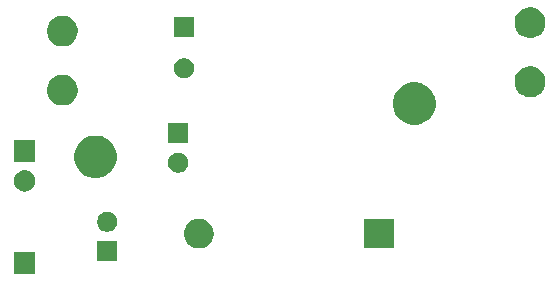
<source format=gbr>
G04 #@! TF.GenerationSoftware,KiCad,Pcbnew,(5.1.5)-3*
G04 #@! TF.CreationDate,2021-03-22T00:26:30+01:00*
G04 #@! TF.ProjectId,12V_to_5V,3132565f-746f-45f3-9556-2e6b69636164,rev?*
G04 #@! TF.SameCoordinates,Original*
G04 #@! TF.FileFunction,Soldermask,Bot*
G04 #@! TF.FilePolarity,Negative*
%FSLAX46Y46*%
G04 Gerber Fmt 4.6, Leading zero omitted, Abs format (unit mm)*
G04 Created by KiCad (PCBNEW (5.1.5)-3) date 2021-03-22 00:26:30*
%MOMM*%
%LPD*%
G04 APERTURE LIST*
%ADD10C,0.100000*%
G04 APERTURE END LIST*
D10*
G36*
X87901000Y-98901000D02*
G01*
X86099000Y-98901000D01*
X86099000Y-97099000D01*
X87901000Y-97099000D01*
X87901000Y-98901000D01*
G37*
G36*
X94851000Y-97851000D02*
G01*
X93149000Y-97851000D01*
X93149000Y-96149000D01*
X94851000Y-96149000D01*
X94851000Y-97851000D01*
G37*
G36*
X118251000Y-96751000D02*
G01*
X115749000Y-96751000D01*
X115749000Y-94249000D01*
X118251000Y-94249000D01*
X118251000Y-96751000D01*
G37*
G36*
X102124903Y-94297075D02*
G01*
X102352571Y-94391378D01*
X102557466Y-94528285D01*
X102731715Y-94702534D01*
X102865727Y-94903097D01*
X102868623Y-94907431D01*
X102962925Y-95135097D01*
X102986606Y-95254147D01*
X103011000Y-95376787D01*
X103011000Y-95623213D01*
X102962925Y-95864903D01*
X102868622Y-96092571D01*
X102731715Y-96297466D01*
X102557466Y-96471715D01*
X102352571Y-96608622D01*
X102352570Y-96608623D01*
X102352569Y-96608623D01*
X102124903Y-96702925D01*
X101883214Y-96751000D01*
X101636786Y-96751000D01*
X101395097Y-96702925D01*
X101167431Y-96608623D01*
X101167430Y-96608623D01*
X101167429Y-96608622D01*
X100962534Y-96471715D01*
X100788285Y-96297466D01*
X100651378Y-96092571D01*
X100557075Y-95864903D01*
X100509000Y-95623213D01*
X100509000Y-95376787D01*
X100533395Y-95254147D01*
X100557075Y-95135097D01*
X100651377Y-94907431D01*
X100654273Y-94903097D01*
X100788285Y-94702534D01*
X100962534Y-94528285D01*
X101167429Y-94391378D01*
X101395097Y-94297075D01*
X101636786Y-94249000D01*
X101883214Y-94249000D01*
X102124903Y-94297075D01*
G37*
G36*
X94248228Y-93681703D02*
G01*
X94403100Y-93745853D01*
X94542481Y-93838985D01*
X94661015Y-93957519D01*
X94754147Y-94096900D01*
X94818297Y-94251772D01*
X94851000Y-94416184D01*
X94851000Y-94583816D01*
X94818297Y-94748228D01*
X94754147Y-94903100D01*
X94661015Y-95042481D01*
X94542481Y-95161015D01*
X94403100Y-95254147D01*
X94248228Y-95318297D01*
X94083816Y-95351000D01*
X93916184Y-95351000D01*
X93751772Y-95318297D01*
X93596900Y-95254147D01*
X93457519Y-95161015D01*
X93338985Y-95042481D01*
X93245853Y-94903100D01*
X93181703Y-94748228D01*
X93149000Y-94583816D01*
X93149000Y-94416184D01*
X93181703Y-94251772D01*
X93245853Y-94096900D01*
X93338985Y-93957519D01*
X93457519Y-93838985D01*
X93596900Y-93745853D01*
X93751772Y-93681703D01*
X93916184Y-93649000D01*
X94083816Y-93649000D01*
X94248228Y-93681703D01*
G37*
G36*
X87113512Y-90143927D02*
G01*
X87262812Y-90173624D01*
X87426784Y-90241544D01*
X87574354Y-90340147D01*
X87699853Y-90465646D01*
X87798456Y-90613216D01*
X87866376Y-90777188D01*
X87901000Y-90951259D01*
X87901000Y-91128741D01*
X87866376Y-91302812D01*
X87798456Y-91466784D01*
X87699853Y-91614354D01*
X87574354Y-91739853D01*
X87426784Y-91838456D01*
X87262812Y-91906376D01*
X87113512Y-91936073D01*
X87088742Y-91941000D01*
X86911258Y-91941000D01*
X86886488Y-91936073D01*
X86737188Y-91906376D01*
X86573216Y-91838456D01*
X86425646Y-91739853D01*
X86300147Y-91614354D01*
X86201544Y-91466784D01*
X86133624Y-91302812D01*
X86099000Y-91128741D01*
X86099000Y-90951259D01*
X86133624Y-90777188D01*
X86201544Y-90613216D01*
X86300147Y-90465646D01*
X86425646Y-90340147D01*
X86573216Y-90241544D01*
X86737188Y-90173624D01*
X86886488Y-90143927D01*
X86911258Y-90139000D01*
X87088742Y-90139000D01*
X87113512Y-90143927D01*
G37*
G36*
X93525331Y-87268211D02*
G01*
X93853092Y-87403974D01*
X94148070Y-87601072D01*
X94398928Y-87851930D01*
X94596026Y-88146908D01*
X94731789Y-88474669D01*
X94801000Y-88822616D01*
X94801000Y-89177384D01*
X94731789Y-89525331D01*
X94596026Y-89853092D01*
X94398928Y-90148070D01*
X94148070Y-90398928D01*
X93853092Y-90596026D01*
X93525331Y-90731789D01*
X93177384Y-90801000D01*
X92822616Y-90801000D01*
X92474669Y-90731789D01*
X92146908Y-90596026D01*
X91851930Y-90398928D01*
X91601072Y-90148070D01*
X91403974Y-89853092D01*
X91268211Y-89525331D01*
X91199000Y-89177384D01*
X91199000Y-88822616D01*
X91268211Y-88474669D01*
X91403974Y-88146908D01*
X91601072Y-87851930D01*
X91851930Y-87601072D01*
X92146908Y-87403974D01*
X92474669Y-87268211D01*
X92822616Y-87199000D01*
X93177384Y-87199000D01*
X93525331Y-87268211D01*
G37*
G36*
X100248228Y-88681703D02*
G01*
X100403100Y-88745853D01*
X100542481Y-88838985D01*
X100661015Y-88957519D01*
X100754147Y-89096900D01*
X100818297Y-89251772D01*
X100851000Y-89416184D01*
X100851000Y-89583816D01*
X100818297Y-89748228D01*
X100754147Y-89903100D01*
X100661015Y-90042481D01*
X100542481Y-90161015D01*
X100403100Y-90254147D01*
X100248228Y-90318297D01*
X100083816Y-90351000D01*
X99916184Y-90351000D01*
X99751772Y-90318297D01*
X99596900Y-90254147D01*
X99457519Y-90161015D01*
X99338985Y-90042481D01*
X99245853Y-89903100D01*
X99181703Y-89748228D01*
X99149000Y-89583816D01*
X99149000Y-89416184D01*
X99181703Y-89251772D01*
X99245853Y-89096900D01*
X99338985Y-88957519D01*
X99457519Y-88838985D01*
X99596900Y-88745853D01*
X99751772Y-88681703D01*
X99916184Y-88649000D01*
X100083816Y-88649000D01*
X100248228Y-88681703D01*
G37*
G36*
X87901000Y-89401000D02*
G01*
X86099000Y-89401000D01*
X86099000Y-87599000D01*
X87901000Y-87599000D01*
X87901000Y-89401000D01*
G37*
G36*
X100851000Y-87851000D02*
G01*
X99149000Y-87851000D01*
X99149000Y-86149000D01*
X100851000Y-86149000D01*
X100851000Y-87851000D01*
G37*
G36*
X120525331Y-82768211D02*
G01*
X120853092Y-82903974D01*
X121148070Y-83101072D01*
X121398928Y-83351930D01*
X121596026Y-83646908D01*
X121731789Y-83974669D01*
X121801000Y-84322616D01*
X121801000Y-84677384D01*
X121731789Y-85025331D01*
X121596026Y-85353092D01*
X121398928Y-85648070D01*
X121148070Y-85898928D01*
X120853092Y-86096026D01*
X120525331Y-86231789D01*
X120177384Y-86301000D01*
X119822616Y-86301000D01*
X119474669Y-86231789D01*
X119146908Y-86096026D01*
X118851930Y-85898928D01*
X118601072Y-85648070D01*
X118403974Y-85353092D01*
X118268211Y-85025331D01*
X118199000Y-84677384D01*
X118199000Y-84322616D01*
X118268211Y-83974669D01*
X118403974Y-83646908D01*
X118601072Y-83351930D01*
X118851930Y-83101072D01*
X119146908Y-82903974D01*
X119474669Y-82768211D01*
X119822616Y-82699000D01*
X120177384Y-82699000D01*
X120525331Y-82768211D01*
G37*
G36*
X90579487Y-82098996D02*
G01*
X90816253Y-82197068D01*
X90816255Y-82197069D01*
X90901678Y-82254147D01*
X91029339Y-82339447D01*
X91210553Y-82520661D01*
X91352932Y-82733747D01*
X91451004Y-82970513D01*
X91501000Y-83221861D01*
X91501000Y-83478139D01*
X91451004Y-83729487D01*
X91379959Y-83901004D01*
X91352931Y-83966255D01*
X91210553Y-84179339D01*
X91029339Y-84360553D01*
X90816255Y-84502931D01*
X90816254Y-84502932D01*
X90816253Y-84502932D01*
X90579487Y-84601004D01*
X90328139Y-84651000D01*
X90071861Y-84651000D01*
X89820513Y-84601004D01*
X89583747Y-84502932D01*
X89583746Y-84502932D01*
X89583745Y-84502931D01*
X89370661Y-84360553D01*
X89189447Y-84179339D01*
X89047069Y-83966255D01*
X89020041Y-83901004D01*
X88948996Y-83729487D01*
X88899000Y-83478139D01*
X88899000Y-83221861D01*
X88948996Y-82970513D01*
X89047068Y-82733747D01*
X89189447Y-82520661D01*
X89370661Y-82339447D01*
X89498322Y-82254147D01*
X89583745Y-82197069D01*
X89583747Y-82197068D01*
X89820513Y-82098996D01*
X90071861Y-82049000D01*
X90328139Y-82049000D01*
X90579487Y-82098996D01*
G37*
G36*
X130179487Y-81398996D02*
G01*
X130416253Y-81497068D01*
X130416255Y-81497069D01*
X130546080Y-81583815D01*
X130629339Y-81639447D01*
X130810553Y-81820661D01*
X130952932Y-82033747D01*
X131051004Y-82270513D01*
X131101000Y-82521861D01*
X131101000Y-82778139D01*
X131051004Y-83029487D01*
X131021352Y-83101072D01*
X130952931Y-83266255D01*
X130810553Y-83479339D01*
X130629339Y-83660553D01*
X130416255Y-83802931D01*
X130416254Y-83802932D01*
X130416253Y-83802932D01*
X130179487Y-83901004D01*
X129928139Y-83951000D01*
X129671861Y-83951000D01*
X129420513Y-83901004D01*
X129183747Y-83802932D01*
X129183746Y-83802932D01*
X129183745Y-83802931D01*
X128970661Y-83660553D01*
X128789447Y-83479339D01*
X128647069Y-83266255D01*
X128578648Y-83101072D01*
X128548996Y-83029487D01*
X128499000Y-82778139D01*
X128499000Y-82521861D01*
X128548996Y-82270513D01*
X128647068Y-82033747D01*
X128789447Y-81820661D01*
X128970661Y-81639447D01*
X129053920Y-81583815D01*
X129183745Y-81497069D01*
X129183747Y-81497068D01*
X129420513Y-81398996D01*
X129671861Y-81349000D01*
X129928139Y-81349000D01*
X130179487Y-81398996D01*
G37*
G36*
X100748228Y-80681703D02*
G01*
X100903100Y-80745853D01*
X101042481Y-80838985D01*
X101161015Y-80957519D01*
X101254147Y-81096900D01*
X101318297Y-81251772D01*
X101351000Y-81416184D01*
X101351000Y-81583816D01*
X101318297Y-81748228D01*
X101254147Y-81903100D01*
X101161015Y-82042481D01*
X101042481Y-82161015D01*
X100903100Y-82254147D01*
X100748228Y-82318297D01*
X100583816Y-82351000D01*
X100416184Y-82351000D01*
X100251772Y-82318297D01*
X100096900Y-82254147D01*
X99957519Y-82161015D01*
X99838985Y-82042481D01*
X99745853Y-81903100D01*
X99681703Y-81748228D01*
X99649000Y-81583816D01*
X99649000Y-81416184D01*
X99681703Y-81251772D01*
X99745853Y-81096900D01*
X99838985Y-80957519D01*
X99957519Y-80838985D01*
X100096900Y-80745853D01*
X100251772Y-80681703D01*
X100416184Y-80649000D01*
X100583816Y-80649000D01*
X100748228Y-80681703D01*
G37*
G36*
X90579487Y-77098996D02*
G01*
X90816253Y-77197068D01*
X90816255Y-77197069D01*
X90926170Y-77270512D01*
X91029339Y-77339447D01*
X91210553Y-77520661D01*
X91352932Y-77733747D01*
X91451004Y-77970513D01*
X91501000Y-78221861D01*
X91501000Y-78478139D01*
X91451004Y-78729487D01*
X91379959Y-78901004D01*
X91352931Y-78966255D01*
X91210553Y-79179339D01*
X91029339Y-79360553D01*
X90816255Y-79502931D01*
X90816254Y-79502932D01*
X90816253Y-79502932D01*
X90579487Y-79601004D01*
X90328139Y-79651000D01*
X90071861Y-79651000D01*
X89820513Y-79601004D01*
X89583747Y-79502932D01*
X89583746Y-79502932D01*
X89583745Y-79502931D01*
X89370661Y-79360553D01*
X89189447Y-79179339D01*
X89047069Y-78966255D01*
X89020041Y-78901004D01*
X88948996Y-78729487D01*
X88899000Y-78478139D01*
X88899000Y-78221861D01*
X88948996Y-77970513D01*
X89047068Y-77733747D01*
X89189447Y-77520661D01*
X89370661Y-77339447D01*
X89473830Y-77270512D01*
X89583745Y-77197069D01*
X89583747Y-77197068D01*
X89820513Y-77098996D01*
X90071861Y-77049000D01*
X90328139Y-77049000D01*
X90579487Y-77098996D01*
G37*
G36*
X130179487Y-76398996D02*
G01*
X130416253Y-76497068D01*
X130416255Y-76497069D01*
X130629339Y-76639447D01*
X130810553Y-76820661D01*
X130952932Y-77033747D01*
X131051004Y-77270513D01*
X131101000Y-77521861D01*
X131101000Y-77778139D01*
X131051004Y-78029487D01*
X130971320Y-78221861D01*
X130952931Y-78266255D01*
X130810553Y-78479339D01*
X130629339Y-78660553D01*
X130416255Y-78802931D01*
X130416254Y-78802932D01*
X130416253Y-78802932D01*
X130179487Y-78901004D01*
X129928139Y-78951000D01*
X129671861Y-78951000D01*
X129420513Y-78901004D01*
X129183747Y-78802932D01*
X129183746Y-78802932D01*
X129183745Y-78802931D01*
X128970661Y-78660553D01*
X128789447Y-78479339D01*
X128647069Y-78266255D01*
X128628680Y-78221861D01*
X128548996Y-78029487D01*
X128499000Y-77778139D01*
X128499000Y-77521861D01*
X128548996Y-77270513D01*
X128647068Y-77033747D01*
X128789447Y-76820661D01*
X128970661Y-76639447D01*
X129183745Y-76497069D01*
X129183747Y-76497068D01*
X129420513Y-76398996D01*
X129671861Y-76349000D01*
X129928139Y-76349000D01*
X130179487Y-76398996D01*
G37*
G36*
X101351000Y-78851000D02*
G01*
X99649000Y-78851000D01*
X99649000Y-77149000D01*
X101351000Y-77149000D01*
X101351000Y-78851000D01*
G37*
M02*

</source>
